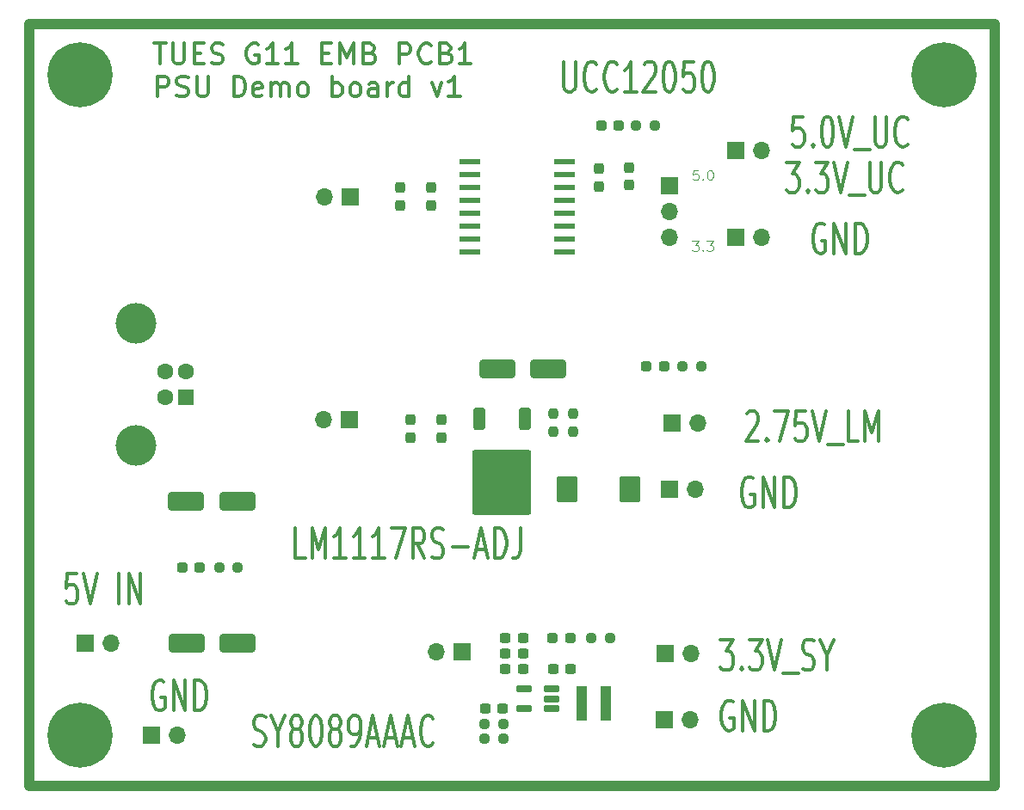
<source format=gbr>
%TF.GenerationSoftware,KiCad,Pcbnew,8.0.6*%
%TF.CreationDate,2024-11-03T20:55:09+02:00*%
%TF.ProjectId,G11_EMB_PCB1,4731315f-454d-4425-9f50-4342312e6b69,rev?*%
%TF.SameCoordinates,PX5f7e1b2PY7735940*%
%TF.FileFunction,Soldermask,Top*%
%TF.FilePolarity,Negative*%
%FSLAX46Y46*%
G04 Gerber Fmt 4.6, Leading zero omitted, Abs format (unit mm)*
G04 Created by KiCad (PCBNEW 8.0.6) date 2024-11-03 20:55:09*
%MOMM*%
%LPD*%
G01*
G04 APERTURE LIST*
G04 Aperture macros list*
%AMRoundRect*
0 Rectangle with rounded corners*
0 $1 Rounding radius*
0 $2 $3 $4 $5 $6 $7 $8 $9 X,Y pos of 4 corners*
0 Add a 4 corners polygon primitive as box body*
4,1,4,$2,$3,$4,$5,$6,$7,$8,$9,$2,$3,0*
0 Add four circle primitives for the rounded corners*
1,1,$1+$1,$2,$3*
1,1,$1+$1,$4,$5*
1,1,$1+$1,$6,$7*
1,1,$1+$1,$8,$9*
0 Add four rect primitives between the rounded corners*
20,1,$1+$1,$2,$3,$4,$5,0*
20,1,$1+$1,$4,$5,$6,$7,0*
20,1,$1+$1,$6,$7,$8,$9,0*
20,1,$1+$1,$8,$9,$2,$3,0*%
G04 Aperture macros list end*
%ADD10C,1.000000*%
%ADD11C,0.300000*%
%ADD12C,0.100000*%
%ADD13C,0.800000*%
%ADD14C,6.400000*%
%ADD15R,1.700000X1.700000*%
%ADD16O,1.700000X1.700000*%
%ADD17RoundRect,0.237500X-0.287500X-0.237500X0.287500X-0.237500X0.287500X0.237500X-0.287500X0.237500X0*%
%ADD18RoundRect,0.237500X0.237500X-0.300000X0.237500X0.300000X-0.237500X0.300000X-0.237500X-0.300000X0*%
%ADD19RoundRect,0.237500X0.250000X0.237500X-0.250000X0.237500X-0.250000X-0.237500X0.250000X-0.237500X0*%
%ADD20RoundRect,0.162500X0.617500X0.162500X-0.617500X0.162500X-0.617500X-0.162500X0.617500X-0.162500X0*%
%ADD21RoundRect,0.237500X-0.250000X-0.237500X0.250000X-0.237500X0.250000X0.237500X-0.250000X0.237500X0*%
%ADD22RoundRect,0.250000X-0.350000X0.850000X-0.350000X-0.850000X0.350000X-0.850000X0.350000X0.850000X0*%
%ADD23RoundRect,0.249997X-2.650003X2.950003X-2.650003X-2.950003X2.650003X-2.950003X2.650003X2.950003X0*%
%ADD24RoundRect,0.250000X-0.787500X-1.025000X0.787500X-1.025000X0.787500X1.025000X-0.787500X1.025000X0*%
%ADD25RoundRect,0.237500X-0.237500X0.300000X-0.237500X-0.300000X0.237500X-0.300000X0.237500X0.300000X0*%
%ADD26R,0.980000X3.400000*%
%ADD27RoundRect,0.237500X-0.300000X-0.237500X0.300000X-0.237500X0.300000X0.237500X-0.300000X0.237500X0*%
%ADD28R,1.600000X1.600000*%
%ADD29C,1.600000*%
%ADD30C,4.000000*%
%ADD31RoundRect,0.250000X1.500000X0.650000X-1.500000X0.650000X-1.500000X-0.650000X1.500000X-0.650000X0*%
%ADD32R,2.100000X0.600000*%
%ADD33RoundRect,0.237500X-0.237500X0.250000X-0.237500X-0.250000X0.237500X-0.250000X0.237500X0.250000X0*%
%ADD34RoundRect,0.237500X0.300000X0.237500X-0.300000X0.237500X-0.300000X-0.237500X0.300000X-0.237500X0*%
%ADD35RoundRect,0.250000X-1.500000X-0.650000X1.500000X-0.650000X1.500000X0.650000X-1.500000X0.650000X0*%
%ADD36RoundRect,0.237500X0.237500X-0.250000X0.237500X0.250000X-0.237500X0.250000X-0.237500X-0.250000X0*%
G04 APERTURE END LIST*
D10*
X95000000Y0D02*
X95000000Y75000000D01*
X0Y0D02*
X95000000Y0D01*
X0Y75000000D02*
X95000000Y75000000D01*
X0Y0D02*
X0Y75000000D01*
D11*
X78221177Y55239886D02*
X78030701Y55382743D01*
X78030701Y55382743D02*
X77744987Y55382743D01*
X77744987Y55382743D02*
X77459272Y55239886D01*
X77459272Y55239886D02*
X77268796Y54954172D01*
X77268796Y54954172D02*
X77173558Y54668458D01*
X77173558Y54668458D02*
X77078320Y54097029D01*
X77078320Y54097029D02*
X77078320Y53668458D01*
X77078320Y53668458D02*
X77173558Y53097029D01*
X77173558Y53097029D02*
X77268796Y52811315D01*
X77268796Y52811315D02*
X77459272Y52525600D01*
X77459272Y52525600D02*
X77744987Y52382743D01*
X77744987Y52382743D02*
X77935463Y52382743D01*
X77935463Y52382743D02*
X78221177Y52525600D01*
X78221177Y52525600D02*
X78316415Y52668458D01*
X78316415Y52668458D02*
X78316415Y53668458D01*
X78316415Y53668458D02*
X77935463Y53668458D01*
X79173558Y52382743D02*
X79173558Y55382743D01*
X79173558Y55382743D02*
X80316415Y52382743D01*
X80316415Y52382743D02*
X80316415Y55382743D01*
X81268796Y52382743D02*
X81268796Y55382743D01*
X81268796Y55382743D02*
X81744986Y55382743D01*
X81744986Y55382743D02*
X82030701Y55239886D01*
X82030701Y55239886D02*
X82221177Y54954172D01*
X82221177Y54954172D02*
X82316415Y54668458D01*
X82316415Y54668458D02*
X82411653Y54097029D01*
X82411653Y54097029D02*
X82411653Y53668458D01*
X82411653Y53668458D02*
X82316415Y53097029D01*
X82316415Y53097029D02*
X82221177Y52811315D01*
X82221177Y52811315D02*
X82030701Y52525600D01*
X82030701Y52525600D02*
X81744986Y52382743D01*
X81744986Y52382743D02*
X81268796Y52382743D01*
D12*
X65208646Y53627581D02*
X65827693Y53627581D01*
X65827693Y53627581D02*
X65494360Y53246629D01*
X65494360Y53246629D02*
X65637217Y53246629D01*
X65637217Y53246629D02*
X65732455Y53199010D01*
X65732455Y53199010D02*
X65780074Y53151391D01*
X65780074Y53151391D02*
X65827693Y53056153D01*
X65827693Y53056153D02*
X65827693Y52818058D01*
X65827693Y52818058D02*
X65780074Y52722820D01*
X65780074Y52722820D02*
X65732455Y52675200D01*
X65732455Y52675200D02*
X65637217Y52627581D01*
X65637217Y52627581D02*
X65351503Y52627581D01*
X65351503Y52627581D02*
X65256265Y52675200D01*
X65256265Y52675200D02*
X65208646Y52722820D01*
X66256265Y52722820D02*
X66303884Y52675200D01*
X66303884Y52675200D02*
X66256265Y52627581D01*
X66256265Y52627581D02*
X66208646Y52675200D01*
X66208646Y52675200D02*
X66256265Y52722820D01*
X66256265Y52722820D02*
X66256265Y52627581D01*
X66637217Y53627581D02*
X67256264Y53627581D01*
X67256264Y53627581D02*
X66922931Y53246629D01*
X66922931Y53246629D02*
X67065788Y53246629D01*
X67065788Y53246629D02*
X67161026Y53199010D01*
X67161026Y53199010D02*
X67208645Y53151391D01*
X67208645Y53151391D02*
X67256264Y53056153D01*
X67256264Y53056153D02*
X67256264Y52818058D01*
X67256264Y52818058D02*
X67208645Y52722820D01*
X67208645Y52722820D02*
X67161026Y52675200D01*
X67161026Y52675200D02*
X67065788Y52627581D01*
X67065788Y52627581D02*
X66780074Y52627581D01*
X66780074Y52627581D02*
X66684836Y52675200D01*
X66684836Y52675200D02*
X66637217Y52722820D01*
X65780074Y60627581D02*
X65303884Y60627581D01*
X65303884Y60627581D02*
X65256265Y60151391D01*
X65256265Y60151391D02*
X65303884Y60199010D01*
X65303884Y60199010D02*
X65399122Y60246629D01*
X65399122Y60246629D02*
X65637217Y60246629D01*
X65637217Y60246629D02*
X65732455Y60199010D01*
X65732455Y60199010D02*
X65780074Y60151391D01*
X65780074Y60151391D02*
X65827693Y60056153D01*
X65827693Y60056153D02*
X65827693Y59818058D01*
X65827693Y59818058D02*
X65780074Y59722820D01*
X65780074Y59722820D02*
X65732455Y59675200D01*
X65732455Y59675200D02*
X65637217Y59627581D01*
X65637217Y59627581D02*
X65399122Y59627581D01*
X65399122Y59627581D02*
X65303884Y59675200D01*
X65303884Y59675200D02*
X65256265Y59722820D01*
X66256265Y59722820D02*
X66303884Y59675200D01*
X66303884Y59675200D02*
X66256265Y59627581D01*
X66256265Y59627581D02*
X66208646Y59675200D01*
X66208646Y59675200D02*
X66256265Y59722820D01*
X66256265Y59722820D02*
X66256265Y59627581D01*
X66922931Y60627581D02*
X67018169Y60627581D01*
X67018169Y60627581D02*
X67113407Y60579962D01*
X67113407Y60579962D02*
X67161026Y60532343D01*
X67161026Y60532343D02*
X67208645Y60437105D01*
X67208645Y60437105D02*
X67256264Y60246629D01*
X67256264Y60246629D02*
X67256264Y60008534D01*
X67256264Y60008534D02*
X67208645Y59818058D01*
X67208645Y59818058D02*
X67161026Y59722820D01*
X67161026Y59722820D02*
X67113407Y59675200D01*
X67113407Y59675200D02*
X67018169Y59627581D01*
X67018169Y59627581D02*
X66922931Y59627581D01*
X66922931Y59627581D02*
X66827693Y59675200D01*
X66827693Y59675200D02*
X66780074Y59722820D01*
X66780074Y59722820D02*
X66732455Y59818058D01*
X66732455Y59818058D02*
X66684836Y60008534D01*
X66684836Y60008534D02*
X66684836Y60246629D01*
X66684836Y60246629D02*
X66732455Y60437105D01*
X66732455Y60437105D02*
X66780074Y60532343D01*
X66780074Y60532343D02*
X66827693Y60579962D01*
X66827693Y60579962D02*
X66922931Y60627581D01*
D11*
X71221177Y30239886D02*
X71030701Y30382743D01*
X71030701Y30382743D02*
X70744987Y30382743D01*
X70744987Y30382743D02*
X70459272Y30239886D01*
X70459272Y30239886D02*
X70268796Y29954172D01*
X70268796Y29954172D02*
X70173558Y29668458D01*
X70173558Y29668458D02*
X70078320Y29097029D01*
X70078320Y29097029D02*
X70078320Y28668458D01*
X70078320Y28668458D02*
X70173558Y28097029D01*
X70173558Y28097029D02*
X70268796Y27811315D01*
X70268796Y27811315D02*
X70459272Y27525600D01*
X70459272Y27525600D02*
X70744987Y27382743D01*
X70744987Y27382743D02*
X70935463Y27382743D01*
X70935463Y27382743D02*
X71221177Y27525600D01*
X71221177Y27525600D02*
X71316415Y27668458D01*
X71316415Y27668458D02*
X71316415Y28668458D01*
X71316415Y28668458D02*
X70935463Y28668458D01*
X72173558Y27382743D02*
X72173558Y30382743D01*
X72173558Y30382743D02*
X73316415Y27382743D01*
X73316415Y27382743D02*
X73316415Y30382743D01*
X74268796Y27382743D02*
X74268796Y30382743D01*
X74268796Y30382743D02*
X74744986Y30382743D01*
X74744986Y30382743D02*
X75030701Y30239886D01*
X75030701Y30239886D02*
X75221177Y29954172D01*
X75221177Y29954172D02*
X75316415Y29668458D01*
X75316415Y29668458D02*
X75411653Y29097029D01*
X75411653Y29097029D02*
X75411653Y28668458D01*
X75411653Y28668458D02*
X75316415Y28097029D01*
X75316415Y28097029D02*
X75221177Y27811315D01*
X75221177Y27811315D02*
X75030701Y27525600D01*
X75030701Y27525600D02*
X74744986Y27382743D01*
X74744986Y27382743D02*
X74268796Y27382743D01*
X67983082Y14382743D02*
X69221177Y14382743D01*
X69221177Y14382743D02*
X68554510Y13239886D01*
X68554510Y13239886D02*
X68840225Y13239886D01*
X68840225Y13239886D02*
X69030701Y13097029D01*
X69030701Y13097029D02*
X69125939Y12954172D01*
X69125939Y12954172D02*
X69221177Y12668458D01*
X69221177Y12668458D02*
X69221177Y11954172D01*
X69221177Y11954172D02*
X69125939Y11668458D01*
X69125939Y11668458D02*
X69030701Y11525600D01*
X69030701Y11525600D02*
X68840225Y11382743D01*
X68840225Y11382743D02*
X68268796Y11382743D01*
X68268796Y11382743D02*
X68078320Y11525600D01*
X68078320Y11525600D02*
X67983082Y11668458D01*
X70078320Y11668458D02*
X70173558Y11525600D01*
X70173558Y11525600D02*
X70078320Y11382743D01*
X70078320Y11382743D02*
X69983082Y11525600D01*
X69983082Y11525600D02*
X70078320Y11668458D01*
X70078320Y11668458D02*
X70078320Y11382743D01*
X70840225Y14382743D02*
X72078320Y14382743D01*
X72078320Y14382743D02*
X71411653Y13239886D01*
X71411653Y13239886D02*
X71697368Y13239886D01*
X71697368Y13239886D02*
X71887844Y13097029D01*
X71887844Y13097029D02*
X71983082Y12954172D01*
X71983082Y12954172D02*
X72078320Y12668458D01*
X72078320Y12668458D02*
X72078320Y11954172D01*
X72078320Y11954172D02*
X71983082Y11668458D01*
X71983082Y11668458D02*
X71887844Y11525600D01*
X71887844Y11525600D02*
X71697368Y11382743D01*
X71697368Y11382743D02*
X71125939Y11382743D01*
X71125939Y11382743D02*
X70935463Y11525600D01*
X70935463Y11525600D02*
X70840225Y11668458D01*
X72649749Y14382743D02*
X73316415Y11382743D01*
X73316415Y11382743D02*
X73983082Y14382743D01*
X74173559Y11097029D02*
X75697368Y11097029D01*
X76078321Y11525600D02*
X76364035Y11382743D01*
X76364035Y11382743D02*
X76840226Y11382743D01*
X76840226Y11382743D02*
X77030702Y11525600D01*
X77030702Y11525600D02*
X77125940Y11668458D01*
X77125940Y11668458D02*
X77221178Y11954172D01*
X77221178Y11954172D02*
X77221178Y12239886D01*
X77221178Y12239886D02*
X77125940Y12525600D01*
X77125940Y12525600D02*
X77030702Y12668458D01*
X77030702Y12668458D02*
X76840226Y12811315D01*
X76840226Y12811315D02*
X76459273Y12954172D01*
X76459273Y12954172D02*
X76268797Y13097029D01*
X76268797Y13097029D02*
X76173559Y13239886D01*
X76173559Y13239886D02*
X76078321Y13525600D01*
X76078321Y13525600D02*
X76078321Y13811315D01*
X76078321Y13811315D02*
X76173559Y14097029D01*
X76173559Y14097029D02*
X76268797Y14239886D01*
X76268797Y14239886D02*
X76459273Y14382743D01*
X76459273Y14382743D02*
X76935464Y14382743D01*
X76935464Y14382743D02*
X77221178Y14239886D01*
X78459273Y12811315D02*
X78459273Y11382743D01*
X77792607Y14382743D02*
X78459273Y12811315D01*
X78459273Y12811315D02*
X79125940Y14382743D01*
X27125939Y22382743D02*
X26173558Y22382743D01*
X26173558Y22382743D02*
X26173558Y25382743D01*
X27792606Y22382743D02*
X27792606Y25382743D01*
X27792606Y25382743D02*
X28459273Y23239886D01*
X28459273Y23239886D02*
X29125939Y25382743D01*
X29125939Y25382743D02*
X29125939Y22382743D01*
X31125939Y22382743D02*
X29983082Y22382743D01*
X30554510Y22382743D02*
X30554510Y25382743D01*
X30554510Y25382743D02*
X30364034Y24954172D01*
X30364034Y24954172D02*
X30173558Y24668458D01*
X30173558Y24668458D02*
X29983082Y24525600D01*
X33030701Y22382743D02*
X31887844Y22382743D01*
X32459272Y22382743D02*
X32459272Y25382743D01*
X32459272Y25382743D02*
X32268796Y24954172D01*
X32268796Y24954172D02*
X32078320Y24668458D01*
X32078320Y24668458D02*
X31887844Y24525600D01*
X34935463Y22382743D02*
X33792606Y22382743D01*
X34364034Y22382743D02*
X34364034Y25382743D01*
X34364034Y25382743D02*
X34173558Y24954172D01*
X34173558Y24954172D02*
X33983082Y24668458D01*
X33983082Y24668458D02*
X33792606Y24525600D01*
X35602130Y25382743D02*
X36935463Y25382743D01*
X36935463Y25382743D02*
X36078320Y22382743D01*
X38840225Y22382743D02*
X38173558Y23811315D01*
X37697368Y22382743D02*
X37697368Y25382743D01*
X37697368Y25382743D02*
X38459273Y25382743D01*
X38459273Y25382743D02*
X38649749Y25239886D01*
X38649749Y25239886D02*
X38744987Y25097029D01*
X38744987Y25097029D02*
X38840225Y24811315D01*
X38840225Y24811315D02*
X38840225Y24382743D01*
X38840225Y24382743D02*
X38744987Y24097029D01*
X38744987Y24097029D02*
X38649749Y23954172D01*
X38649749Y23954172D02*
X38459273Y23811315D01*
X38459273Y23811315D02*
X37697368Y23811315D01*
X39602130Y22525600D02*
X39887844Y22382743D01*
X39887844Y22382743D02*
X40364035Y22382743D01*
X40364035Y22382743D02*
X40554511Y22525600D01*
X40554511Y22525600D02*
X40649749Y22668458D01*
X40649749Y22668458D02*
X40744987Y22954172D01*
X40744987Y22954172D02*
X40744987Y23239886D01*
X40744987Y23239886D02*
X40649749Y23525600D01*
X40649749Y23525600D02*
X40554511Y23668458D01*
X40554511Y23668458D02*
X40364035Y23811315D01*
X40364035Y23811315D02*
X39983082Y23954172D01*
X39983082Y23954172D02*
X39792606Y24097029D01*
X39792606Y24097029D02*
X39697368Y24239886D01*
X39697368Y24239886D02*
X39602130Y24525600D01*
X39602130Y24525600D02*
X39602130Y24811315D01*
X39602130Y24811315D02*
X39697368Y25097029D01*
X39697368Y25097029D02*
X39792606Y25239886D01*
X39792606Y25239886D02*
X39983082Y25382743D01*
X39983082Y25382743D02*
X40459273Y25382743D01*
X40459273Y25382743D02*
X40744987Y25239886D01*
X41602130Y23525600D02*
X43125940Y23525600D01*
X43983082Y23239886D02*
X44935463Y23239886D01*
X43792606Y22382743D02*
X44459272Y25382743D01*
X44459272Y25382743D02*
X45125939Y22382743D01*
X45792606Y22382743D02*
X45792606Y25382743D01*
X45792606Y25382743D02*
X46268796Y25382743D01*
X46268796Y25382743D02*
X46554511Y25239886D01*
X46554511Y25239886D02*
X46744987Y24954172D01*
X46744987Y24954172D02*
X46840225Y24668458D01*
X46840225Y24668458D02*
X46935463Y24097029D01*
X46935463Y24097029D02*
X46935463Y23668458D01*
X46935463Y23668458D02*
X46840225Y23097029D01*
X46840225Y23097029D02*
X46744987Y22811315D01*
X46744987Y22811315D02*
X46554511Y22525600D01*
X46554511Y22525600D02*
X46268796Y22382743D01*
X46268796Y22382743D02*
X45792606Y22382743D01*
X48364035Y25382743D02*
X48364035Y23239886D01*
X48364035Y23239886D02*
X48268796Y22811315D01*
X48268796Y22811315D02*
X48078320Y22525600D01*
X48078320Y22525600D02*
X47792606Y22382743D01*
X47792606Y22382743D02*
X47602130Y22382743D01*
X52573558Y71282743D02*
X52573558Y68854172D01*
X52573558Y68854172D02*
X52668796Y68568458D01*
X52668796Y68568458D02*
X52764034Y68425600D01*
X52764034Y68425600D02*
X52954510Y68282743D01*
X52954510Y68282743D02*
X53335463Y68282743D01*
X53335463Y68282743D02*
X53525939Y68425600D01*
X53525939Y68425600D02*
X53621177Y68568458D01*
X53621177Y68568458D02*
X53716415Y68854172D01*
X53716415Y68854172D02*
X53716415Y71282743D01*
X55811653Y68568458D02*
X55716415Y68425600D01*
X55716415Y68425600D02*
X55430701Y68282743D01*
X55430701Y68282743D02*
X55240225Y68282743D01*
X55240225Y68282743D02*
X54954510Y68425600D01*
X54954510Y68425600D02*
X54764034Y68711315D01*
X54764034Y68711315D02*
X54668796Y68997029D01*
X54668796Y68997029D02*
X54573558Y69568458D01*
X54573558Y69568458D02*
X54573558Y69997029D01*
X54573558Y69997029D02*
X54668796Y70568458D01*
X54668796Y70568458D02*
X54764034Y70854172D01*
X54764034Y70854172D02*
X54954510Y71139886D01*
X54954510Y71139886D02*
X55240225Y71282743D01*
X55240225Y71282743D02*
X55430701Y71282743D01*
X55430701Y71282743D02*
X55716415Y71139886D01*
X55716415Y71139886D02*
X55811653Y70997029D01*
X57811653Y68568458D02*
X57716415Y68425600D01*
X57716415Y68425600D02*
X57430701Y68282743D01*
X57430701Y68282743D02*
X57240225Y68282743D01*
X57240225Y68282743D02*
X56954510Y68425600D01*
X56954510Y68425600D02*
X56764034Y68711315D01*
X56764034Y68711315D02*
X56668796Y68997029D01*
X56668796Y68997029D02*
X56573558Y69568458D01*
X56573558Y69568458D02*
X56573558Y69997029D01*
X56573558Y69997029D02*
X56668796Y70568458D01*
X56668796Y70568458D02*
X56764034Y70854172D01*
X56764034Y70854172D02*
X56954510Y71139886D01*
X56954510Y71139886D02*
X57240225Y71282743D01*
X57240225Y71282743D02*
X57430701Y71282743D01*
X57430701Y71282743D02*
X57716415Y71139886D01*
X57716415Y71139886D02*
X57811653Y70997029D01*
X59716415Y68282743D02*
X58573558Y68282743D01*
X59144986Y68282743D02*
X59144986Y71282743D01*
X59144986Y71282743D02*
X58954510Y70854172D01*
X58954510Y70854172D02*
X58764034Y70568458D01*
X58764034Y70568458D02*
X58573558Y70425600D01*
X60478320Y70997029D02*
X60573558Y71139886D01*
X60573558Y71139886D02*
X60764034Y71282743D01*
X60764034Y71282743D02*
X61240225Y71282743D01*
X61240225Y71282743D02*
X61430701Y71139886D01*
X61430701Y71139886D02*
X61525939Y70997029D01*
X61525939Y70997029D02*
X61621177Y70711315D01*
X61621177Y70711315D02*
X61621177Y70425600D01*
X61621177Y70425600D02*
X61525939Y69997029D01*
X61525939Y69997029D02*
X60383082Y68282743D01*
X60383082Y68282743D02*
X61621177Y68282743D01*
X62859272Y71282743D02*
X63049749Y71282743D01*
X63049749Y71282743D02*
X63240225Y71139886D01*
X63240225Y71139886D02*
X63335463Y70997029D01*
X63335463Y70997029D02*
X63430701Y70711315D01*
X63430701Y70711315D02*
X63525939Y70139886D01*
X63525939Y70139886D02*
X63525939Y69425600D01*
X63525939Y69425600D02*
X63430701Y68854172D01*
X63430701Y68854172D02*
X63335463Y68568458D01*
X63335463Y68568458D02*
X63240225Y68425600D01*
X63240225Y68425600D02*
X63049749Y68282743D01*
X63049749Y68282743D02*
X62859272Y68282743D01*
X62859272Y68282743D02*
X62668796Y68425600D01*
X62668796Y68425600D02*
X62573558Y68568458D01*
X62573558Y68568458D02*
X62478320Y68854172D01*
X62478320Y68854172D02*
X62383082Y69425600D01*
X62383082Y69425600D02*
X62383082Y70139886D01*
X62383082Y70139886D02*
X62478320Y70711315D01*
X62478320Y70711315D02*
X62573558Y70997029D01*
X62573558Y70997029D02*
X62668796Y71139886D01*
X62668796Y71139886D02*
X62859272Y71282743D01*
X65335463Y71282743D02*
X64383082Y71282743D01*
X64383082Y71282743D02*
X64287844Y69854172D01*
X64287844Y69854172D02*
X64383082Y69997029D01*
X64383082Y69997029D02*
X64573558Y70139886D01*
X64573558Y70139886D02*
X65049749Y70139886D01*
X65049749Y70139886D02*
X65240225Y69997029D01*
X65240225Y69997029D02*
X65335463Y69854172D01*
X65335463Y69854172D02*
X65430701Y69568458D01*
X65430701Y69568458D02*
X65430701Y68854172D01*
X65430701Y68854172D02*
X65335463Y68568458D01*
X65335463Y68568458D02*
X65240225Y68425600D01*
X65240225Y68425600D02*
X65049749Y68282743D01*
X65049749Y68282743D02*
X64573558Y68282743D01*
X64573558Y68282743D02*
X64383082Y68425600D01*
X64383082Y68425600D02*
X64287844Y68568458D01*
X66668796Y71282743D02*
X66859273Y71282743D01*
X66859273Y71282743D02*
X67049749Y71139886D01*
X67049749Y71139886D02*
X67144987Y70997029D01*
X67144987Y70997029D02*
X67240225Y70711315D01*
X67240225Y70711315D02*
X67335463Y70139886D01*
X67335463Y70139886D02*
X67335463Y69425600D01*
X67335463Y69425600D02*
X67240225Y68854172D01*
X67240225Y68854172D02*
X67144987Y68568458D01*
X67144987Y68568458D02*
X67049749Y68425600D01*
X67049749Y68425600D02*
X66859273Y68282743D01*
X66859273Y68282743D02*
X66668796Y68282743D01*
X66668796Y68282743D02*
X66478320Y68425600D01*
X66478320Y68425600D02*
X66383082Y68568458D01*
X66383082Y68568458D02*
X66287844Y68854172D01*
X66287844Y68854172D02*
X66192606Y69425600D01*
X66192606Y69425600D02*
X66192606Y70139886D01*
X66192606Y70139886D02*
X66287844Y70711315D01*
X66287844Y70711315D02*
X66383082Y70997029D01*
X66383082Y70997029D02*
X66478320Y71139886D01*
X66478320Y71139886D02*
X66668796Y71282743D01*
X74483082Y61382743D02*
X75721177Y61382743D01*
X75721177Y61382743D02*
X75054510Y60239886D01*
X75054510Y60239886D02*
X75340225Y60239886D01*
X75340225Y60239886D02*
X75530701Y60097029D01*
X75530701Y60097029D02*
X75625939Y59954172D01*
X75625939Y59954172D02*
X75721177Y59668458D01*
X75721177Y59668458D02*
X75721177Y58954172D01*
X75721177Y58954172D02*
X75625939Y58668458D01*
X75625939Y58668458D02*
X75530701Y58525600D01*
X75530701Y58525600D02*
X75340225Y58382743D01*
X75340225Y58382743D02*
X74768796Y58382743D01*
X74768796Y58382743D02*
X74578320Y58525600D01*
X74578320Y58525600D02*
X74483082Y58668458D01*
X76578320Y58668458D02*
X76673558Y58525600D01*
X76673558Y58525600D02*
X76578320Y58382743D01*
X76578320Y58382743D02*
X76483082Y58525600D01*
X76483082Y58525600D02*
X76578320Y58668458D01*
X76578320Y58668458D02*
X76578320Y58382743D01*
X77340225Y61382743D02*
X78578320Y61382743D01*
X78578320Y61382743D02*
X77911653Y60239886D01*
X77911653Y60239886D02*
X78197368Y60239886D01*
X78197368Y60239886D02*
X78387844Y60097029D01*
X78387844Y60097029D02*
X78483082Y59954172D01*
X78483082Y59954172D02*
X78578320Y59668458D01*
X78578320Y59668458D02*
X78578320Y58954172D01*
X78578320Y58954172D02*
X78483082Y58668458D01*
X78483082Y58668458D02*
X78387844Y58525600D01*
X78387844Y58525600D02*
X78197368Y58382743D01*
X78197368Y58382743D02*
X77625939Y58382743D01*
X77625939Y58382743D02*
X77435463Y58525600D01*
X77435463Y58525600D02*
X77340225Y58668458D01*
X79149749Y61382743D02*
X79816415Y58382743D01*
X79816415Y58382743D02*
X80483082Y61382743D01*
X80673559Y58097029D02*
X82197368Y58097029D01*
X82673559Y61382743D02*
X82673559Y58954172D01*
X82673559Y58954172D02*
X82768797Y58668458D01*
X82768797Y58668458D02*
X82864035Y58525600D01*
X82864035Y58525600D02*
X83054511Y58382743D01*
X83054511Y58382743D02*
X83435464Y58382743D01*
X83435464Y58382743D02*
X83625940Y58525600D01*
X83625940Y58525600D02*
X83721178Y58668458D01*
X83721178Y58668458D02*
X83816416Y58954172D01*
X83816416Y58954172D02*
X83816416Y61382743D01*
X85911654Y58668458D02*
X85816416Y58525600D01*
X85816416Y58525600D02*
X85530702Y58382743D01*
X85530702Y58382743D02*
X85340226Y58382743D01*
X85340226Y58382743D02*
X85054511Y58525600D01*
X85054511Y58525600D02*
X84864035Y58811315D01*
X84864035Y58811315D02*
X84768797Y59097029D01*
X84768797Y59097029D02*
X84673559Y59668458D01*
X84673559Y59668458D02*
X84673559Y60097029D01*
X84673559Y60097029D02*
X84768797Y60668458D01*
X84768797Y60668458D02*
X84864035Y60954172D01*
X84864035Y60954172D02*
X85054511Y61239886D01*
X85054511Y61239886D02*
X85340226Y61382743D01*
X85340226Y61382743D02*
X85530702Y61382743D01*
X85530702Y61382743D02*
X85816416Y61239886D01*
X85816416Y61239886D02*
X85911654Y61097029D01*
X69221177Y8239886D02*
X69030701Y8382743D01*
X69030701Y8382743D02*
X68744987Y8382743D01*
X68744987Y8382743D02*
X68459272Y8239886D01*
X68459272Y8239886D02*
X68268796Y7954172D01*
X68268796Y7954172D02*
X68173558Y7668458D01*
X68173558Y7668458D02*
X68078320Y7097029D01*
X68078320Y7097029D02*
X68078320Y6668458D01*
X68078320Y6668458D02*
X68173558Y6097029D01*
X68173558Y6097029D02*
X68268796Y5811315D01*
X68268796Y5811315D02*
X68459272Y5525600D01*
X68459272Y5525600D02*
X68744987Y5382743D01*
X68744987Y5382743D02*
X68935463Y5382743D01*
X68935463Y5382743D02*
X69221177Y5525600D01*
X69221177Y5525600D02*
X69316415Y5668458D01*
X69316415Y5668458D02*
X69316415Y6668458D01*
X69316415Y6668458D02*
X68935463Y6668458D01*
X70173558Y5382743D02*
X70173558Y8382743D01*
X70173558Y8382743D02*
X71316415Y5382743D01*
X71316415Y5382743D02*
X71316415Y8382743D01*
X72268796Y5382743D02*
X72268796Y8382743D01*
X72268796Y8382743D02*
X72744986Y8382743D01*
X72744986Y8382743D02*
X73030701Y8239886D01*
X73030701Y8239886D02*
X73221177Y7954172D01*
X73221177Y7954172D02*
X73316415Y7668458D01*
X73316415Y7668458D02*
X73411653Y7097029D01*
X73411653Y7097029D02*
X73411653Y6668458D01*
X73411653Y6668458D02*
X73316415Y6097029D01*
X73316415Y6097029D02*
X73221177Y5811315D01*
X73221177Y5811315D02*
X73030701Y5525600D01*
X73030701Y5525600D02*
X72744986Y5382743D01*
X72744986Y5382743D02*
X72268796Y5382743D01*
X76125939Y65882743D02*
X75173558Y65882743D01*
X75173558Y65882743D02*
X75078320Y64454172D01*
X75078320Y64454172D02*
X75173558Y64597029D01*
X75173558Y64597029D02*
X75364034Y64739886D01*
X75364034Y64739886D02*
X75840225Y64739886D01*
X75840225Y64739886D02*
X76030701Y64597029D01*
X76030701Y64597029D02*
X76125939Y64454172D01*
X76125939Y64454172D02*
X76221177Y64168458D01*
X76221177Y64168458D02*
X76221177Y63454172D01*
X76221177Y63454172D02*
X76125939Y63168458D01*
X76125939Y63168458D02*
X76030701Y63025600D01*
X76030701Y63025600D02*
X75840225Y62882743D01*
X75840225Y62882743D02*
X75364034Y62882743D01*
X75364034Y62882743D02*
X75173558Y63025600D01*
X75173558Y63025600D02*
X75078320Y63168458D01*
X77078320Y63168458D02*
X77173558Y63025600D01*
X77173558Y63025600D02*
X77078320Y62882743D01*
X77078320Y62882743D02*
X76983082Y63025600D01*
X76983082Y63025600D02*
X77078320Y63168458D01*
X77078320Y63168458D02*
X77078320Y62882743D01*
X78411653Y65882743D02*
X78602130Y65882743D01*
X78602130Y65882743D02*
X78792606Y65739886D01*
X78792606Y65739886D02*
X78887844Y65597029D01*
X78887844Y65597029D02*
X78983082Y65311315D01*
X78983082Y65311315D02*
X79078320Y64739886D01*
X79078320Y64739886D02*
X79078320Y64025600D01*
X79078320Y64025600D02*
X78983082Y63454172D01*
X78983082Y63454172D02*
X78887844Y63168458D01*
X78887844Y63168458D02*
X78792606Y63025600D01*
X78792606Y63025600D02*
X78602130Y62882743D01*
X78602130Y62882743D02*
X78411653Y62882743D01*
X78411653Y62882743D02*
X78221177Y63025600D01*
X78221177Y63025600D02*
X78125939Y63168458D01*
X78125939Y63168458D02*
X78030701Y63454172D01*
X78030701Y63454172D02*
X77935463Y64025600D01*
X77935463Y64025600D02*
X77935463Y64739886D01*
X77935463Y64739886D02*
X78030701Y65311315D01*
X78030701Y65311315D02*
X78125939Y65597029D01*
X78125939Y65597029D02*
X78221177Y65739886D01*
X78221177Y65739886D02*
X78411653Y65882743D01*
X79649749Y65882743D02*
X80316415Y62882743D01*
X80316415Y62882743D02*
X80983082Y65882743D01*
X81173559Y62597029D02*
X82697368Y62597029D01*
X83173559Y65882743D02*
X83173559Y63454172D01*
X83173559Y63454172D02*
X83268797Y63168458D01*
X83268797Y63168458D02*
X83364035Y63025600D01*
X83364035Y63025600D02*
X83554511Y62882743D01*
X83554511Y62882743D02*
X83935464Y62882743D01*
X83935464Y62882743D02*
X84125940Y63025600D01*
X84125940Y63025600D02*
X84221178Y63168458D01*
X84221178Y63168458D02*
X84316416Y63454172D01*
X84316416Y63454172D02*
X84316416Y65882743D01*
X86411654Y63168458D02*
X86316416Y63025600D01*
X86316416Y63025600D02*
X86030702Y62882743D01*
X86030702Y62882743D02*
X85840226Y62882743D01*
X85840226Y62882743D02*
X85554511Y63025600D01*
X85554511Y63025600D02*
X85364035Y63311315D01*
X85364035Y63311315D02*
X85268797Y63597029D01*
X85268797Y63597029D02*
X85173559Y64168458D01*
X85173559Y64168458D02*
X85173559Y64597029D01*
X85173559Y64597029D02*
X85268797Y65168458D01*
X85268797Y65168458D02*
X85364035Y65454172D01*
X85364035Y65454172D02*
X85554511Y65739886D01*
X85554511Y65739886D02*
X85840226Y65882743D01*
X85840226Y65882743D02*
X86030702Y65882743D01*
X86030702Y65882743D02*
X86316416Y65739886D01*
X86316416Y65739886D02*
X86411654Y65597029D01*
X13221177Y10239886D02*
X13030701Y10382743D01*
X13030701Y10382743D02*
X12744987Y10382743D01*
X12744987Y10382743D02*
X12459272Y10239886D01*
X12459272Y10239886D02*
X12268796Y9954172D01*
X12268796Y9954172D02*
X12173558Y9668458D01*
X12173558Y9668458D02*
X12078320Y9097029D01*
X12078320Y9097029D02*
X12078320Y8668458D01*
X12078320Y8668458D02*
X12173558Y8097029D01*
X12173558Y8097029D02*
X12268796Y7811315D01*
X12268796Y7811315D02*
X12459272Y7525600D01*
X12459272Y7525600D02*
X12744987Y7382743D01*
X12744987Y7382743D02*
X12935463Y7382743D01*
X12935463Y7382743D02*
X13221177Y7525600D01*
X13221177Y7525600D02*
X13316415Y7668458D01*
X13316415Y7668458D02*
X13316415Y8668458D01*
X13316415Y8668458D02*
X12935463Y8668458D01*
X14173558Y7382743D02*
X14173558Y10382743D01*
X14173558Y10382743D02*
X15316415Y7382743D01*
X15316415Y7382743D02*
X15316415Y10382743D01*
X16268796Y7382743D02*
X16268796Y10382743D01*
X16268796Y10382743D02*
X16744986Y10382743D01*
X16744986Y10382743D02*
X17030701Y10239886D01*
X17030701Y10239886D02*
X17221177Y9954172D01*
X17221177Y9954172D02*
X17316415Y9668458D01*
X17316415Y9668458D02*
X17411653Y9097029D01*
X17411653Y9097029D02*
X17411653Y8668458D01*
X17411653Y8668458D02*
X17316415Y8097029D01*
X17316415Y8097029D02*
X17221177Y7811315D01*
X17221177Y7811315D02*
X17030701Y7525600D01*
X17030701Y7525600D02*
X16744986Y7382743D01*
X16744986Y7382743D02*
X16268796Y7382743D01*
X22078320Y4025600D02*
X22364034Y3882743D01*
X22364034Y3882743D02*
X22840225Y3882743D01*
X22840225Y3882743D02*
X23030701Y4025600D01*
X23030701Y4025600D02*
X23125939Y4168458D01*
X23125939Y4168458D02*
X23221177Y4454172D01*
X23221177Y4454172D02*
X23221177Y4739886D01*
X23221177Y4739886D02*
X23125939Y5025600D01*
X23125939Y5025600D02*
X23030701Y5168458D01*
X23030701Y5168458D02*
X22840225Y5311315D01*
X22840225Y5311315D02*
X22459272Y5454172D01*
X22459272Y5454172D02*
X22268796Y5597029D01*
X22268796Y5597029D02*
X22173558Y5739886D01*
X22173558Y5739886D02*
X22078320Y6025600D01*
X22078320Y6025600D02*
X22078320Y6311315D01*
X22078320Y6311315D02*
X22173558Y6597029D01*
X22173558Y6597029D02*
X22268796Y6739886D01*
X22268796Y6739886D02*
X22459272Y6882743D01*
X22459272Y6882743D02*
X22935463Y6882743D01*
X22935463Y6882743D02*
X23221177Y6739886D01*
X24459272Y5311315D02*
X24459272Y3882743D01*
X23792606Y6882743D02*
X24459272Y5311315D01*
X24459272Y5311315D02*
X25125939Y6882743D01*
X26078320Y5597029D02*
X25887844Y5739886D01*
X25887844Y5739886D02*
X25792606Y5882743D01*
X25792606Y5882743D02*
X25697368Y6168458D01*
X25697368Y6168458D02*
X25697368Y6311315D01*
X25697368Y6311315D02*
X25792606Y6597029D01*
X25792606Y6597029D02*
X25887844Y6739886D01*
X25887844Y6739886D02*
X26078320Y6882743D01*
X26078320Y6882743D02*
X26459273Y6882743D01*
X26459273Y6882743D02*
X26649749Y6739886D01*
X26649749Y6739886D02*
X26744987Y6597029D01*
X26744987Y6597029D02*
X26840225Y6311315D01*
X26840225Y6311315D02*
X26840225Y6168458D01*
X26840225Y6168458D02*
X26744987Y5882743D01*
X26744987Y5882743D02*
X26649749Y5739886D01*
X26649749Y5739886D02*
X26459273Y5597029D01*
X26459273Y5597029D02*
X26078320Y5597029D01*
X26078320Y5597029D02*
X25887844Y5454172D01*
X25887844Y5454172D02*
X25792606Y5311315D01*
X25792606Y5311315D02*
X25697368Y5025600D01*
X25697368Y5025600D02*
X25697368Y4454172D01*
X25697368Y4454172D02*
X25792606Y4168458D01*
X25792606Y4168458D02*
X25887844Y4025600D01*
X25887844Y4025600D02*
X26078320Y3882743D01*
X26078320Y3882743D02*
X26459273Y3882743D01*
X26459273Y3882743D02*
X26649749Y4025600D01*
X26649749Y4025600D02*
X26744987Y4168458D01*
X26744987Y4168458D02*
X26840225Y4454172D01*
X26840225Y4454172D02*
X26840225Y5025600D01*
X26840225Y5025600D02*
X26744987Y5311315D01*
X26744987Y5311315D02*
X26649749Y5454172D01*
X26649749Y5454172D02*
X26459273Y5597029D01*
X28078320Y6882743D02*
X28268797Y6882743D01*
X28268797Y6882743D02*
X28459273Y6739886D01*
X28459273Y6739886D02*
X28554511Y6597029D01*
X28554511Y6597029D02*
X28649749Y6311315D01*
X28649749Y6311315D02*
X28744987Y5739886D01*
X28744987Y5739886D02*
X28744987Y5025600D01*
X28744987Y5025600D02*
X28649749Y4454172D01*
X28649749Y4454172D02*
X28554511Y4168458D01*
X28554511Y4168458D02*
X28459273Y4025600D01*
X28459273Y4025600D02*
X28268797Y3882743D01*
X28268797Y3882743D02*
X28078320Y3882743D01*
X28078320Y3882743D02*
X27887844Y4025600D01*
X27887844Y4025600D02*
X27792606Y4168458D01*
X27792606Y4168458D02*
X27697368Y4454172D01*
X27697368Y4454172D02*
X27602130Y5025600D01*
X27602130Y5025600D02*
X27602130Y5739886D01*
X27602130Y5739886D02*
X27697368Y6311315D01*
X27697368Y6311315D02*
X27792606Y6597029D01*
X27792606Y6597029D02*
X27887844Y6739886D01*
X27887844Y6739886D02*
X28078320Y6882743D01*
X29887844Y5597029D02*
X29697368Y5739886D01*
X29697368Y5739886D02*
X29602130Y5882743D01*
X29602130Y5882743D02*
X29506892Y6168458D01*
X29506892Y6168458D02*
X29506892Y6311315D01*
X29506892Y6311315D02*
X29602130Y6597029D01*
X29602130Y6597029D02*
X29697368Y6739886D01*
X29697368Y6739886D02*
X29887844Y6882743D01*
X29887844Y6882743D02*
X30268797Y6882743D01*
X30268797Y6882743D02*
X30459273Y6739886D01*
X30459273Y6739886D02*
X30554511Y6597029D01*
X30554511Y6597029D02*
X30649749Y6311315D01*
X30649749Y6311315D02*
X30649749Y6168458D01*
X30649749Y6168458D02*
X30554511Y5882743D01*
X30554511Y5882743D02*
X30459273Y5739886D01*
X30459273Y5739886D02*
X30268797Y5597029D01*
X30268797Y5597029D02*
X29887844Y5597029D01*
X29887844Y5597029D02*
X29697368Y5454172D01*
X29697368Y5454172D02*
X29602130Y5311315D01*
X29602130Y5311315D02*
X29506892Y5025600D01*
X29506892Y5025600D02*
X29506892Y4454172D01*
X29506892Y4454172D02*
X29602130Y4168458D01*
X29602130Y4168458D02*
X29697368Y4025600D01*
X29697368Y4025600D02*
X29887844Y3882743D01*
X29887844Y3882743D02*
X30268797Y3882743D01*
X30268797Y3882743D02*
X30459273Y4025600D01*
X30459273Y4025600D02*
X30554511Y4168458D01*
X30554511Y4168458D02*
X30649749Y4454172D01*
X30649749Y4454172D02*
X30649749Y5025600D01*
X30649749Y5025600D02*
X30554511Y5311315D01*
X30554511Y5311315D02*
X30459273Y5454172D01*
X30459273Y5454172D02*
X30268797Y5597029D01*
X31602130Y3882743D02*
X31983082Y3882743D01*
X31983082Y3882743D02*
X32173559Y4025600D01*
X32173559Y4025600D02*
X32268797Y4168458D01*
X32268797Y4168458D02*
X32459273Y4597029D01*
X32459273Y4597029D02*
X32554511Y5168458D01*
X32554511Y5168458D02*
X32554511Y6311315D01*
X32554511Y6311315D02*
X32459273Y6597029D01*
X32459273Y6597029D02*
X32364035Y6739886D01*
X32364035Y6739886D02*
X32173559Y6882743D01*
X32173559Y6882743D02*
X31792606Y6882743D01*
X31792606Y6882743D02*
X31602130Y6739886D01*
X31602130Y6739886D02*
X31506892Y6597029D01*
X31506892Y6597029D02*
X31411654Y6311315D01*
X31411654Y6311315D02*
X31411654Y5597029D01*
X31411654Y5597029D02*
X31506892Y5311315D01*
X31506892Y5311315D02*
X31602130Y5168458D01*
X31602130Y5168458D02*
X31792606Y5025600D01*
X31792606Y5025600D02*
X32173559Y5025600D01*
X32173559Y5025600D02*
X32364035Y5168458D01*
X32364035Y5168458D02*
X32459273Y5311315D01*
X32459273Y5311315D02*
X32554511Y5597029D01*
X33316416Y4739886D02*
X34268797Y4739886D01*
X33125940Y3882743D02*
X33792606Y6882743D01*
X33792606Y6882743D02*
X34459273Y3882743D01*
X35030702Y4739886D02*
X35983083Y4739886D01*
X34840226Y3882743D02*
X35506892Y6882743D01*
X35506892Y6882743D02*
X36173559Y3882743D01*
X36744988Y4739886D02*
X37697369Y4739886D01*
X36554512Y3882743D02*
X37221178Y6882743D01*
X37221178Y6882743D02*
X37887845Y3882743D01*
X39697369Y4168458D02*
X39602131Y4025600D01*
X39602131Y4025600D02*
X39316417Y3882743D01*
X39316417Y3882743D02*
X39125941Y3882743D01*
X39125941Y3882743D02*
X38840226Y4025600D01*
X38840226Y4025600D02*
X38649750Y4311315D01*
X38649750Y4311315D02*
X38554512Y4597029D01*
X38554512Y4597029D02*
X38459274Y5168458D01*
X38459274Y5168458D02*
X38459274Y5597029D01*
X38459274Y5597029D02*
X38554512Y6168458D01*
X38554512Y6168458D02*
X38649750Y6454172D01*
X38649750Y6454172D02*
X38840226Y6739886D01*
X38840226Y6739886D02*
X39125941Y6882743D01*
X39125941Y6882743D02*
X39316417Y6882743D01*
X39316417Y6882743D02*
X39602131Y6739886D01*
X39602131Y6739886D02*
X39697369Y6597029D01*
X70578320Y36597029D02*
X70673558Y36739886D01*
X70673558Y36739886D02*
X70864034Y36882743D01*
X70864034Y36882743D02*
X71340225Y36882743D01*
X71340225Y36882743D02*
X71530701Y36739886D01*
X71530701Y36739886D02*
X71625939Y36597029D01*
X71625939Y36597029D02*
X71721177Y36311315D01*
X71721177Y36311315D02*
X71721177Y36025600D01*
X71721177Y36025600D02*
X71625939Y35597029D01*
X71625939Y35597029D02*
X70483082Y33882743D01*
X70483082Y33882743D02*
X71721177Y33882743D01*
X72578320Y34168458D02*
X72673558Y34025600D01*
X72673558Y34025600D02*
X72578320Y33882743D01*
X72578320Y33882743D02*
X72483082Y34025600D01*
X72483082Y34025600D02*
X72578320Y34168458D01*
X72578320Y34168458D02*
X72578320Y33882743D01*
X73340225Y36882743D02*
X74673558Y36882743D01*
X74673558Y36882743D02*
X73816415Y33882743D01*
X76387844Y36882743D02*
X75435463Y36882743D01*
X75435463Y36882743D02*
X75340225Y35454172D01*
X75340225Y35454172D02*
X75435463Y35597029D01*
X75435463Y35597029D02*
X75625939Y35739886D01*
X75625939Y35739886D02*
X76102130Y35739886D01*
X76102130Y35739886D02*
X76292606Y35597029D01*
X76292606Y35597029D02*
X76387844Y35454172D01*
X76387844Y35454172D02*
X76483082Y35168458D01*
X76483082Y35168458D02*
X76483082Y34454172D01*
X76483082Y34454172D02*
X76387844Y34168458D01*
X76387844Y34168458D02*
X76292606Y34025600D01*
X76292606Y34025600D02*
X76102130Y33882743D01*
X76102130Y33882743D02*
X75625939Y33882743D01*
X75625939Y33882743D02*
X75435463Y34025600D01*
X75435463Y34025600D02*
X75340225Y34168458D01*
X77054511Y36882743D02*
X77721177Y33882743D01*
X77721177Y33882743D02*
X78387844Y36882743D01*
X78578321Y33597029D02*
X80102130Y33597029D01*
X81530702Y33882743D02*
X80578321Y33882743D01*
X80578321Y33882743D02*
X80578321Y36882743D01*
X82197369Y33882743D02*
X82197369Y36882743D01*
X82197369Y36882743D02*
X82864036Y34739886D01*
X82864036Y34739886D02*
X83530702Y36882743D01*
X83530702Y36882743D02*
X83530702Y33882743D01*
X4625939Y20882743D02*
X3673558Y20882743D01*
X3673558Y20882743D02*
X3578320Y19454172D01*
X3578320Y19454172D02*
X3673558Y19597029D01*
X3673558Y19597029D02*
X3864034Y19739886D01*
X3864034Y19739886D02*
X4340225Y19739886D01*
X4340225Y19739886D02*
X4530701Y19597029D01*
X4530701Y19597029D02*
X4625939Y19454172D01*
X4625939Y19454172D02*
X4721177Y19168458D01*
X4721177Y19168458D02*
X4721177Y18454172D01*
X4721177Y18454172D02*
X4625939Y18168458D01*
X4625939Y18168458D02*
X4530701Y18025600D01*
X4530701Y18025600D02*
X4340225Y17882743D01*
X4340225Y17882743D02*
X3864034Y17882743D01*
X3864034Y17882743D02*
X3673558Y18025600D01*
X3673558Y18025600D02*
X3578320Y18168458D01*
X5292606Y20882743D02*
X5959272Y17882743D01*
X5959272Y17882743D02*
X6625939Y20882743D01*
X8816416Y17882743D02*
X8816416Y20882743D01*
X9768797Y17882743D02*
X9768797Y20882743D01*
X9768797Y20882743D02*
X10911654Y17882743D01*
X10911654Y17882743D02*
X10911654Y20882743D01*
X12287844Y73080250D02*
X13430701Y73080250D01*
X12859272Y71080250D02*
X12859272Y73080250D01*
X14097368Y73080250D02*
X14097368Y71461203D01*
X14097368Y71461203D02*
X14192606Y71270727D01*
X14192606Y71270727D02*
X14287844Y71175488D01*
X14287844Y71175488D02*
X14478320Y71080250D01*
X14478320Y71080250D02*
X14859273Y71080250D01*
X14859273Y71080250D02*
X15049749Y71175488D01*
X15049749Y71175488D02*
X15144987Y71270727D01*
X15144987Y71270727D02*
X15240225Y71461203D01*
X15240225Y71461203D02*
X15240225Y73080250D01*
X16192606Y72127869D02*
X16859273Y72127869D01*
X17144987Y71080250D02*
X16192606Y71080250D01*
X16192606Y71080250D02*
X16192606Y73080250D01*
X16192606Y73080250D02*
X17144987Y73080250D01*
X17906892Y71175488D02*
X18192606Y71080250D01*
X18192606Y71080250D02*
X18668797Y71080250D01*
X18668797Y71080250D02*
X18859273Y71175488D01*
X18859273Y71175488D02*
X18954511Y71270727D01*
X18954511Y71270727D02*
X19049749Y71461203D01*
X19049749Y71461203D02*
X19049749Y71651679D01*
X19049749Y71651679D02*
X18954511Y71842155D01*
X18954511Y71842155D02*
X18859273Y71937393D01*
X18859273Y71937393D02*
X18668797Y72032631D01*
X18668797Y72032631D02*
X18287844Y72127869D01*
X18287844Y72127869D02*
X18097368Y72223108D01*
X18097368Y72223108D02*
X18002130Y72318346D01*
X18002130Y72318346D02*
X17906892Y72508822D01*
X17906892Y72508822D02*
X17906892Y72699298D01*
X17906892Y72699298D02*
X18002130Y72889774D01*
X18002130Y72889774D02*
X18097368Y72985012D01*
X18097368Y72985012D02*
X18287844Y73080250D01*
X18287844Y73080250D02*
X18764035Y73080250D01*
X18764035Y73080250D02*
X19049749Y72985012D01*
X22478321Y72985012D02*
X22287845Y73080250D01*
X22287845Y73080250D02*
X22002131Y73080250D01*
X22002131Y73080250D02*
X21716416Y72985012D01*
X21716416Y72985012D02*
X21525940Y72794536D01*
X21525940Y72794536D02*
X21430702Y72604060D01*
X21430702Y72604060D02*
X21335464Y72223108D01*
X21335464Y72223108D02*
X21335464Y71937393D01*
X21335464Y71937393D02*
X21430702Y71556441D01*
X21430702Y71556441D02*
X21525940Y71365965D01*
X21525940Y71365965D02*
X21716416Y71175488D01*
X21716416Y71175488D02*
X22002131Y71080250D01*
X22002131Y71080250D02*
X22192607Y71080250D01*
X22192607Y71080250D02*
X22478321Y71175488D01*
X22478321Y71175488D02*
X22573559Y71270727D01*
X22573559Y71270727D02*
X22573559Y71937393D01*
X22573559Y71937393D02*
X22192607Y71937393D01*
X24478321Y71080250D02*
X23335464Y71080250D01*
X23906892Y71080250D02*
X23906892Y73080250D01*
X23906892Y73080250D02*
X23716416Y72794536D01*
X23716416Y72794536D02*
X23525940Y72604060D01*
X23525940Y72604060D02*
X23335464Y72508822D01*
X26383083Y71080250D02*
X25240226Y71080250D01*
X25811654Y71080250D02*
X25811654Y73080250D01*
X25811654Y73080250D02*
X25621178Y72794536D01*
X25621178Y72794536D02*
X25430702Y72604060D01*
X25430702Y72604060D02*
X25240226Y72508822D01*
X28764036Y72127869D02*
X29430703Y72127869D01*
X29716417Y71080250D02*
X28764036Y71080250D01*
X28764036Y71080250D02*
X28764036Y73080250D01*
X28764036Y73080250D02*
X29716417Y73080250D01*
X30573560Y71080250D02*
X30573560Y73080250D01*
X30573560Y73080250D02*
X31240227Y71651679D01*
X31240227Y71651679D02*
X31906893Y73080250D01*
X31906893Y73080250D02*
X31906893Y71080250D01*
X33525941Y72127869D02*
X33811655Y72032631D01*
X33811655Y72032631D02*
X33906893Y71937393D01*
X33906893Y71937393D02*
X34002131Y71746917D01*
X34002131Y71746917D02*
X34002131Y71461203D01*
X34002131Y71461203D02*
X33906893Y71270727D01*
X33906893Y71270727D02*
X33811655Y71175488D01*
X33811655Y71175488D02*
X33621179Y71080250D01*
X33621179Y71080250D02*
X32859274Y71080250D01*
X32859274Y71080250D02*
X32859274Y73080250D01*
X32859274Y73080250D02*
X33525941Y73080250D01*
X33525941Y73080250D02*
X33716417Y72985012D01*
X33716417Y72985012D02*
X33811655Y72889774D01*
X33811655Y72889774D02*
X33906893Y72699298D01*
X33906893Y72699298D02*
X33906893Y72508822D01*
X33906893Y72508822D02*
X33811655Y72318346D01*
X33811655Y72318346D02*
X33716417Y72223108D01*
X33716417Y72223108D02*
X33525941Y72127869D01*
X33525941Y72127869D02*
X32859274Y72127869D01*
X36383084Y71080250D02*
X36383084Y73080250D01*
X36383084Y73080250D02*
X37144989Y73080250D01*
X37144989Y73080250D02*
X37335465Y72985012D01*
X37335465Y72985012D02*
X37430703Y72889774D01*
X37430703Y72889774D02*
X37525941Y72699298D01*
X37525941Y72699298D02*
X37525941Y72413584D01*
X37525941Y72413584D02*
X37430703Y72223108D01*
X37430703Y72223108D02*
X37335465Y72127869D01*
X37335465Y72127869D02*
X37144989Y72032631D01*
X37144989Y72032631D02*
X36383084Y72032631D01*
X39525941Y71270727D02*
X39430703Y71175488D01*
X39430703Y71175488D02*
X39144989Y71080250D01*
X39144989Y71080250D02*
X38954513Y71080250D01*
X38954513Y71080250D02*
X38668798Y71175488D01*
X38668798Y71175488D02*
X38478322Y71365965D01*
X38478322Y71365965D02*
X38383084Y71556441D01*
X38383084Y71556441D02*
X38287846Y71937393D01*
X38287846Y71937393D02*
X38287846Y72223108D01*
X38287846Y72223108D02*
X38383084Y72604060D01*
X38383084Y72604060D02*
X38478322Y72794536D01*
X38478322Y72794536D02*
X38668798Y72985012D01*
X38668798Y72985012D02*
X38954513Y73080250D01*
X38954513Y73080250D02*
X39144989Y73080250D01*
X39144989Y73080250D02*
X39430703Y72985012D01*
X39430703Y72985012D02*
X39525941Y72889774D01*
X41049751Y72127869D02*
X41335465Y72032631D01*
X41335465Y72032631D02*
X41430703Y71937393D01*
X41430703Y71937393D02*
X41525941Y71746917D01*
X41525941Y71746917D02*
X41525941Y71461203D01*
X41525941Y71461203D02*
X41430703Y71270727D01*
X41430703Y71270727D02*
X41335465Y71175488D01*
X41335465Y71175488D02*
X41144989Y71080250D01*
X41144989Y71080250D02*
X40383084Y71080250D01*
X40383084Y71080250D02*
X40383084Y73080250D01*
X40383084Y73080250D02*
X41049751Y73080250D01*
X41049751Y73080250D02*
X41240227Y72985012D01*
X41240227Y72985012D02*
X41335465Y72889774D01*
X41335465Y72889774D02*
X41430703Y72699298D01*
X41430703Y72699298D02*
X41430703Y72508822D01*
X41430703Y72508822D02*
X41335465Y72318346D01*
X41335465Y72318346D02*
X41240227Y72223108D01*
X41240227Y72223108D02*
X41049751Y72127869D01*
X41049751Y72127869D02*
X40383084Y72127869D01*
X43430703Y71080250D02*
X42287846Y71080250D01*
X42859274Y71080250D02*
X42859274Y73080250D01*
X42859274Y73080250D02*
X42668798Y72794536D01*
X42668798Y72794536D02*
X42478322Y72604060D01*
X42478322Y72604060D02*
X42287846Y72508822D01*
X12573558Y67860362D02*
X12573558Y69860362D01*
X12573558Y69860362D02*
X13335463Y69860362D01*
X13335463Y69860362D02*
X13525939Y69765124D01*
X13525939Y69765124D02*
X13621177Y69669886D01*
X13621177Y69669886D02*
X13716415Y69479410D01*
X13716415Y69479410D02*
X13716415Y69193696D01*
X13716415Y69193696D02*
X13621177Y69003220D01*
X13621177Y69003220D02*
X13525939Y68907981D01*
X13525939Y68907981D02*
X13335463Y68812743D01*
X13335463Y68812743D02*
X12573558Y68812743D01*
X14478320Y67955600D02*
X14764034Y67860362D01*
X14764034Y67860362D02*
X15240225Y67860362D01*
X15240225Y67860362D02*
X15430701Y67955600D01*
X15430701Y67955600D02*
X15525939Y68050839D01*
X15525939Y68050839D02*
X15621177Y68241315D01*
X15621177Y68241315D02*
X15621177Y68431791D01*
X15621177Y68431791D02*
X15525939Y68622267D01*
X15525939Y68622267D02*
X15430701Y68717505D01*
X15430701Y68717505D02*
X15240225Y68812743D01*
X15240225Y68812743D02*
X14859272Y68907981D01*
X14859272Y68907981D02*
X14668796Y69003220D01*
X14668796Y69003220D02*
X14573558Y69098458D01*
X14573558Y69098458D02*
X14478320Y69288934D01*
X14478320Y69288934D02*
X14478320Y69479410D01*
X14478320Y69479410D02*
X14573558Y69669886D01*
X14573558Y69669886D02*
X14668796Y69765124D01*
X14668796Y69765124D02*
X14859272Y69860362D01*
X14859272Y69860362D02*
X15335463Y69860362D01*
X15335463Y69860362D02*
X15621177Y69765124D01*
X16478320Y69860362D02*
X16478320Y68241315D01*
X16478320Y68241315D02*
X16573558Y68050839D01*
X16573558Y68050839D02*
X16668796Y67955600D01*
X16668796Y67955600D02*
X16859272Y67860362D01*
X16859272Y67860362D02*
X17240225Y67860362D01*
X17240225Y67860362D02*
X17430701Y67955600D01*
X17430701Y67955600D02*
X17525939Y68050839D01*
X17525939Y68050839D02*
X17621177Y68241315D01*
X17621177Y68241315D02*
X17621177Y69860362D01*
X20097368Y67860362D02*
X20097368Y69860362D01*
X20097368Y69860362D02*
X20573558Y69860362D01*
X20573558Y69860362D02*
X20859273Y69765124D01*
X20859273Y69765124D02*
X21049749Y69574648D01*
X21049749Y69574648D02*
X21144987Y69384172D01*
X21144987Y69384172D02*
X21240225Y69003220D01*
X21240225Y69003220D02*
X21240225Y68717505D01*
X21240225Y68717505D02*
X21144987Y68336553D01*
X21144987Y68336553D02*
X21049749Y68146077D01*
X21049749Y68146077D02*
X20859273Y67955600D01*
X20859273Y67955600D02*
X20573558Y67860362D01*
X20573558Y67860362D02*
X20097368Y67860362D01*
X22859273Y67955600D02*
X22668797Y67860362D01*
X22668797Y67860362D02*
X22287844Y67860362D01*
X22287844Y67860362D02*
X22097368Y67955600D01*
X22097368Y67955600D02*
X22002130Y68146077D01*
X22002130Y68146077D02*
X22002130Y68907981D01*
X22002130Y68907981D02*
X22097368Y69098458D01*
X22097368Y69098458D02*
X22287844Y69193696D01*
X22287844Y69193696D02*
X22668797Y69193696D01*
X22668797Y69193696D02*
X22859273Y69098458D01*
X22859273Y69098458D02*
X22954511Y68907981D01*
X22954511Y68907981D02*
X22954511Y68717505D01*
X22954511Y68717505D02*
X22002130Y68527029D01*
X23811654Y67860362D02*
X23811654Y69193696D01*
X23811654Y69003220D02*
X23906892Y69098458D01*
X23906892Y69098458D02*
X24097368Y69193696D01*
X24097368Y69193696D02*
X24383083Y69193696D01*
X24383083Y69193696D02*
X24573559Y69098458D01*
X24573559Y69098458D02*
X24668797Y68907981D01*
X24668797Y68907981D02*
X24668797Y67860362D01*
X24668797Y68907981D02*
X24764035Y69098458D01*
X24764035Y69098458D02*
X24954511Y69193696D01*
X24954511Y69193696D02*
X25240225Y69193696D01*
X25240225Y69193696D02*
X25430702Y69098458D01*
X25430702Y69098458D02*
X25525940Y68907981D01*
X25525940Y68907981D02*
X25525940Y67860362D01*
X26764035Y67860362D02*
X26573559Y67955600D01*
X26573559Y67955600D02*
X26478321Y68050839D01*
X26478321Y68050839D02*
X26383083Y68241315D01*
X26383083Y68241315D02*
X26383083Y68812743D01*
X26383083Y68812743D02*
X26478321Y69003220D01*
X26478321Y69003220D02*
X26573559Y69098458D01*
X26573559Y69098458D02*
X26764035Y69193696D01*
X26764035Y69193696D02*
X27049750Y69193696D01*
X27049750Y69193696D02*
X27240226Y69098458D01*
X27240226Y69098458D02*
X27335464Y69003220D01*
X27335464Y69003220D02*
X27430702Y68812743D01*
X27430702Y68812743D02*
X27430702Y68241315D01*
X27430702Y68241315D02*
X27335464Y68050839D01*
X27335464Y68050839D02*
X27240226Y67955600D01*
X27240226Y67955600D02*
X27049750Y67860362D01*
X27049750Y67860362D02*
X26764035Y67860362D01*
X29811655Y67860362D02*
X29811655Y69860362D01*
X29811655Y69098458D02*
X30002131Y69193696D01*
X30002131Y69193696D02*
X30383084Y69193696D01*
X30383084Y69193696D02*
X30573560Y69098458D01*
X30573560Y69098458D02*
X30668798Y69003220D01*
X30668798Y69003220D02*
X30764036Y68812743D01*
X30764036Y68812743D02*
X30764036Y68241315D01*
X30764036Y68241315D02*
X30668798Y68050839D01*
X30668798Y68050839D02*
X30573560Y67955600D01*
X30573560Y67955600D02*
X30383084Y67860362D01*
X30383084Y67860362D02*
X30002131Y67860362D01*
X30002131Y67860362D02*
X29811655Y67955600D01*
X31906893Y67860362D02*
X31716417Y67955600D01*
X31716417Y67955600D02*
X31621179Y68050839D01*
X31621179Y68050839D02*
X31525941Y68241315D01*
X31525941Y68241315D02*
X31525941Y68812743D01*
X31525941Y68812743D02*
X31621179Y69003220D01*
X31621179Y69003220D02*
X31716417Y69098458D01*
X31716417Y69098458D02*
X31906893Y69193696D01*
X31906893Y69193696D02*
X32192608Y69193696D01*
X32192608Y69193696D02*
X32383084Y69098458D01*
X32383084Y69098458D02*
X32478322Y69003220D01*
X32478322Y69003220D02*
X32573560Y68812743D01*
X32573560Y68812743D02*
X32573560Y68241315D01*
X32573560Y68241315D02*
X32478322Y68050839D01*
X32478322Y68050839D02*
X32383084Y67955600D01*
X32383084Y67955600D02*
X32192608Y67860362D01*
X32192608Y67860362D02*
X31906893Y67860362D01*
X34287846Y67860362D02*
X34287846Y68907981D01*
X34287846Y68907981D02*
X34192608Y69098458D01*
X34192608Y69098458D02*
X34002132Y69193696D01*
X34002132Y69193696D02*
X33621179Y69193696D01*
X33621179Y69193696D02*
X33430703Y69098458D01*
X34287846Y67955600D02*
X34097370Y67860362D01*
X34097370Y67860362D02*
X33621179Y67860362D01*
X33621179Y67860362D02*
X33430703Y67955600D01*
X33430703Y67955600D02*
X33335465Y68146077D01*
X33335465Y68146077D02*
X33335465Y68336553D01*
X33335465Y68336553D02*
X33430703Y68527029D01*
X33430703Y68527029D02*
X33621179Y68622267D01*
X33621179Y68622267D02*
X34097370Y68622267D01*
X34097370Y68622267D02*
X34287846Y68717505D01*
X35240227Y67860362D02*
X35240227Y69193696D01*
X35240227Y68812743D02*
X35335465Y69003220D01*
X35335465Y69003220D02*
X35430703Y69098458D01*
X35430703Y69098458D02*
X35621179Y69193696D01*
X35621179Y69193696D02*
X35811656Y69193696D01*
X37335465Y67860362D02*
X37335465Y69860362D01*
X37335465Y67955600D02*
X37144989Y67860362D01*
X37144989Y67860362D02*
X36764036Y67860362D01*
X36764036Y67860362D02*
X36573560Y67955600D01*
X36573560Y67955600D02*
X36478322Y68050839D01*
X36478322Y68050839D02*
X36383084Y68241315D01*
X36383084Y68241315D02*
X36383084Y68812743D01*
X36383084Y68812743D02*
X36478322Y69003220D01*
X36478322Y69003220D02*
X36573560Y69098458D01*
X36573560Y69098458D02*
X36764036Y69193696D01*
X36764036Y69193696D02*
X37144989Y69193696D01*
X37144989Y69193696D02*
X37335465Y69098458D01*
X39621180Y69193696D02*
X40097370Y67860362D01*
X40097370Y67860362D02*
X40573561Y69193696D01*
X42383085Y67860362D02*
X41240228Y67860362D01*
X41811656Y67860362D02*
X41811656Y69860362D01*
X41811656Y69860362D02*
X41621180Y69574648D01*
X41621180Y69574648D02*
X41430704Y69384172D01*
X41430704Y69384172D02*
X41240228Y69288934D01*
D13*
%TO.C,REF\u002A\u002A*%
X2600000Y5000000D03*
X3302944Y6697056D03*
X3302944Y3302944D03*
X5000000Y7400000D03*
D14*
X5000000Y5000000D03*
D13*
X5000000Y2600000D03*
X6697056Y6697056D03*
X6697056Y3302944D03*
X7400000Y5000000D03*
%TD*%
%TO.C,REF\u002A\u002A*%
X87600000Y70000000D03*
X88302944Y71697056D03*
X88302944Y68302944D03*
X90000000Y72400000D03*
D14*
X90000000Y70000000D03*
D13*
X90000000Y67600000D03*
X91697056Y71697056D03*
X91697056Y68302944D03*
X92400000Y70000000D03*
%TD*%
D15*
%TO.C,J10*%
X31540000Y57975000D03*
D16*
X29000000Y57975000D03*
%TD*%
D17*
%TO.C,D3*%
X60687500Y41250000D03*
X62437500Y41250000D03*
%TD*%
D15*
%TO.C,J2*%
X63250000Y35675000D03*
D16*
X65790000Y35675000D03*
%TD*%
D17*
%TO.C,D7*%
X56250000Y65000000D03*
X58000000Y65000000D03*
%TD*%
D15*
%TO.C,J7*%
X62525000Y13000000D03*
D16*
X65065000Y13000000D03*
%TD*%
D15*
%TO.C,J6*%
X5460000Y14000000D03*
D16*
X8000000Y14000000D03*
%TD*%
D15*
%TO.C,J1*%
X31500000Y36000000D03*
D16*
X28960000Y36000000D03*
%TD*%
D18*
%TO.C,C11*%
X56000000Y59000000D03*
X56000000Y60725000D03*
%TD*%
D19*
%TO.C,R7*%
X46612500Y4600000D03*
X44787500Y4600000D03*
%TD*%
D20*
%TO.C,U2*%
X51400000Y7600000D03*
X51400000Y8550000D03*
X51400000Y9500000D03*
X48700000Y9500000D03*
X48700000Y7600000D03*
%TD*%
D19*
%TO.C,R4*%
X20500000Y21500000D03*
X18675000Y21500000D03*
%TD*%
D13*
%TO.C,REF\u002A\u002A*%
X2600000Y70000000D03*
X3302944Y71697056D03*
X3302944Y68302944D03*
X5000000Y72400000D03*
D14*
X5000000Y70000000D03*
D13*
X5000000Y67600000D03*
X6697056Y71697056D03*
X6697056Y68302944D03*
X7400000Y70000000D03*
%TD*%
D21*
%TO.C,R6*%
X44787500Y6100000D03*
X46612500Y6100000D03*
%TD*%
D15*
%TO.C,J13*%
X69500000Y54000000D03*
D16*
X72040000Y54000000D03*
%TD*%
D22*
%TO.C,U1*%
X48777500Y36125000D03*
D23*
X46497500Y29825000D03*
D22*
X44217500Y36125000D03*
%TD*%
D24*
%TO.C,C3*%
X52887500Y29150000D03*
X59112500Y29150000D03*
%TD*%
D15*
%TO.C,J11*%
X69500000Y62500000D03*
D16*
X72040000Y62500000D03*
%TD*%
D18*
%TO.C,C12*%
X59000000Y59137500D03*
X59000000Y60862500D03*
%TD*%
D25*
%TO.C,C2*%
X40500000Y36000000D03*
X40500000Y34275000D03*
%TD*%
D13*
%TO.C,REF\u002A\u002A*%
X87600000Y5000000D03*
X88302944Y6697056D03*
X88302944Y3302944D03*
X90000000Y7400000D03*
D14*
X90000000Y5000000D03*
D13*
X90000000Y2600000D03*
X91697056Y6697056D03*
X91697056Y3302944D03*
X92400000Y5000000D03*
%TD*%
D19*
%TO.C,R8*%
X61500000Y65000000D03*
X59675000Y65000000D03*
%TD*%
D26*
%TO.C,L1*%
X54315000Y8100000D03*
X56685000Y8100000D03*
%TD*%
D27*
%TO.C,C4*%
X46837500Y11500000D03*
X48562500Y11500000D03*
%TD*%
D17*
%TO.C,D6*%
X51450000Y14500000D03*
X53200000Y14500000D03*
%TD*%
D27*
%TO.C,C5*%
X46837500Y13000000D03*
X48562500Y13000000D03*
%TD*%
D28*
%TO.C,J3*%
X15360000Y38250000D03*
D29*
X15360000Y40750000D03*
X13360000Y40750000D03*
X13360000Y38250000D03*
D30*
X10500000Y33500000D03*
X10500000Y45500000D03*
%TD*%
D31*
%TO.C,D2*%
X20500000Y28000000D03*
X15360000Y28000000D03*
%TD*%
D19*
%TO.C,R5*%
X57112500Y14500000D03*
X55287500Y14500000D03*
%TD*%
D15*
%TO.C,J8*%
X11960000Y5000000D03*
D16*
X14500000Y5000000D03*
%TD*%
D19*
%TO.C,R2*%
X66075000Y41250000D03*
X64250000Y41250000D03*
%TD*%
D25*
%TO.C,C1*%
X37500000Y36000000D03*
X37500000Y34275000D03*
%TD*%
%TO.C,C9*%
X36500000Y58862500D03*
X36500000Y57137500D03*
%TD*%
D32*
%TO.C,U3*%
X43350000Y61445000D03*
X43350000Y60175000D03*
X43350000Y58905000D03*
X43350000Y57635000D03*
X43350000Y56365000D03*
X43350000Y55095000D03*
X43350000Y53825000D03*
X43350000Y52555000D03*
X52650000Y52555000D03*
X52650000Y53825000D03*
X52650000Y55095000D03*
X52650000Y56365000D03*
X52650000Y57635000D03*
X52650000Y58905000D03*
X52650000Y60175000D03*
X52650000Y61445000D03*
%TD*%
D27*
%TO.C,C7*%
X44837500Y7600000D03*
X46562500Y7600000D03*
%TD*%
D15*
%TO.C,J9*%
X62500000Y6500000D03*
D16*
X65040000Y6500000D03*
%TD*%
D33*
%TO.C,R3*%
X51500000Y36650000D03*
X51500000Y34825000D03*
%TD*%
D34*
%TO.C,C8*%
X53225000Y11500000D03*
X51500000Y11500000D03*
%TD*%
D35*
%TO.C,D1*%
X46000000Y41000000D03*
X51000000Y41000000D03*
%TD*%
D31*
%TO.C,D5*%
X20500000Y14000000D03*
X15500000Y14000000D03*
%TD*%
D25*
%TO.C,C10*%
X39500000Y58862500D03*
X39500000Y57137500D03*
%TD*%
D27*
%TO.C,C6*%
X46837500Y14500000D03*
X48562500Y14500000D03*
%TD*%
D17*
%TO.C,D4*%
X15025000Y21500000D03*
X16775000Y21500000D03*
%TD*%
D15*
%TO.C,J4*%
X62960000Y29150000D03*
D16*
X65500000Y29150000D03*
%TD*%
D15*
%TO.C,J12*%
X63000000Y59080000D03*
D16*
X63000000Y56540000D03*
X63000000Y54000000D03*
%TD*%
D15*
%TO.C,J5*%
X42550000Y13175000D03*
D16*
X40010000Y13175000D03*
%TD*%
D36*
%TO.C,R1*%
X53500000Y34825000D03*
X53500000Y36650000D03*
%TD*%
M02*

</source>
